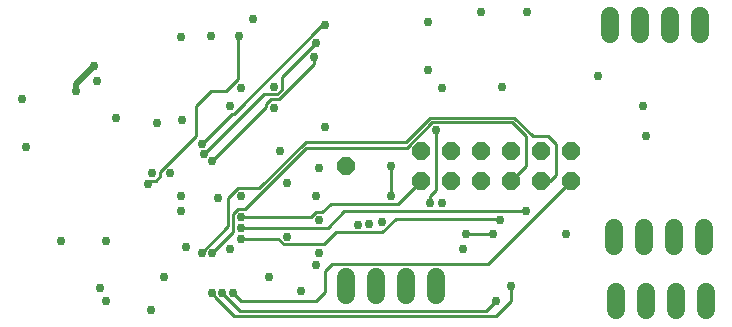
<source format=gbr>
G04 EAGLE Gerber RS-274X export*
G75*
%MOMM*%
%FSLAX34Y34*%
%LPD*%
%INBottom Copper*%
%IPPOS*%
%AMOC8*
5,1,8,0,0,1.08239X$1,22.5*%
G01*
%ADD10C,1.524000*%
%ADD11P,1.649562X8X202.500000*%
%ADD12P,1.649562X8X22.500000*%
%ADD13C,0.756400*%
%ADD14C,0.508000*%
%ADD15C,0.254000*%


D10*
X304800Y30480D02*
X304800Y45720D01*
X330200Y45720D02*
X330200Y30480D01*
X355600Y30480D02*
X355600Y45720D01*
X381000Y45720D02*
X381000Y30480D01*
X609600Y33020D02*
X609600Y17780D01*
X584200Y17780D02*
X584200Y33020D01*
X558800Y33020D02*
X558800Y17780D01*
X533400Y17780D02*
X533400Y33020D01*
X604520Y251460D02*
X604520Y266700D01*
X579120Y266700D02*
X579120Y251460D01*
X553720Y251460D02*
X553720Y266700D01*
X528320Y266700D02*
X528320Y251460D01*
D11*
X495300Y152400D03*
X495300Y127000D03*
X469900Y152400D03*
X469900Y127000D03*
X444500Y152400D03*
X444500Y127000D03*
X419100Y152400D03*
X419100Y127000D03*
X393700Y152400D03*
X393700Y127000D03*
X368300Y152400D03*
X368300Y127000D03*
D10*
X608330Y87630D02*
X608330Y72390D01*
X582930Y72390D02*
X582930Y87630D01*
X557530Y87630D02*
X557530Y72390D01*
X532130Y72390D02*
X532130Y87630D01*
D12*
X304800Y139700D03*
D13*
X76200Y203200D03*
D14*
X76200Y209550D01*
X91440Y224790D01*
D13*
X91440Y224790D03*
X63500Y76200D03*
X101600Y25400D03*
X139700Y17780D03*
X101600Y76200D03*
X169190Y71400D03*
X165100Y114300D03*
X165100Y101600D03*
X140970Y133984D03*
X110490Y180340D03*
X93980Y212090D03*
X30480Y196850D03*
X165100Y248920D03*
X243840Y207010D03*
X190500Y250190D03*
X215900Y205740D03*
X207010Y69850D03*
X215900Y114300D03*
X196850Y113030D03*
X287020Y172720D03*
X207010Y190500D03*
X166370Y179070D03*
X248920Y152400D03*
X281940Y138430D03*
X279400Y114300D03*
X281940Y93980D03*
X266700Y34290D03*
X374650Y220980D03*
X436880Y207010D03*
X419100Y270510D03*
X458470Y270510D03*
X518160Y215900D03*
X556260Y190500D03*
X558800Y165100D03*
X34290Y156210D03*
X96520Y36830D03*
X151130Y45720D03*
X144780Y176530D03*
X243840Y189230D03*
X156194Y134194D03*
X255270Y125730D03*
X255270Y80010D03*
X240030Y45720D03*
X374650Y261620D03*
X226060Y264160D03*
X386080Y205740D03*
X403860Y69850D03*
X335280Y92710D03*
X491490Y82550D03*
X279400Y55880D03*
X324048Y90778D03*
X386080Y108176D03*
X406174Y82550D03*
D15*
X429260Y82550D01*
D13*
X429260Y82550D03*
X182880Y158750D03*
X287020Y259080D03*
D15*
X208054Y183924D02*
X182880Y158750D01*
X208054Y183924D02*
X209734Y183924D01*
X284890Y259080D02*
X287020Y259080D01*
X284890Y259080D02*
X209734Y183924D01*
D13*
X184576Y149662D03*
X279400Y243840D03*
D15*
X250416Y204286D02*
X246564Y200434D01*
X235348Y200434D02*
X184576Y149662D01*
X235348Y200434D02*
X246564Y200434D01*
X250416Y204286D02*
X250416Y214856D01*
X279400Y243840D01*
D13*
X191727Y143961D03*
X278130Y232410D03*
D15*
X237264Y189498D02*
X191727Y143961D01*
X237264Y189498D02*
X237264Y191954D01*
X241680Y196370D01*
X248247Y196370D01*
X278130Y226253D01*
X278130Y232410D01*
D13*
X137306Y124460D03*
D15*
X143694Y127408D02*
X147546Y131260D01*
X147546Y134846D01*
X140254Y127408D02*
X137306Y124460D01*
X140254Y127408D02*
X143694Y127408D01*
X177800Y165100D02*
X177800Y190500D01*
X177800Y165100D02*
X147546Y134846D01*
X177800Y190500D02*
X190500Y203200D01*
X203200Y203200D01*
X213360Y213360D01*
X213360Y248920D02*
X214630Y250190D01*
D13*
X214630Y250190D03*
D15*
X213360Y248920D02*
X213360Y213360D01*
D13*
X281940Y66040D03*
X314960Y90170D03*
X375920Y108176D03*
D15*
X375920Y114300D01*
X381000Y119380D01*
X381000Y170180D01*
D13*
X381000Y170180D03*
X342900Y114526D03*
D15*
X342900Y139700D01*
D13*
X342900Y139700D03*
X215900Y78344D03*
D15*
X247636Y78344D01*
X252546Y73434D01*
X286084Y73434D01*
X335464Y83594D02*
X347120Y95250D01*
X335464Y83594D02*
X296244Y83594D01*
X286084Y73434D01*
X434340Y95250D02*
X435610Y93980D01*
D13*
X435610Y93980D03*
D15*
X434340Y95250D02*
X347120Y95250D01*
D13*
X215900Y87432D03*
D15*
X279188Y87432D01*
X279216Y87404D01*
X289334Y87404D01*
X303530Y101600D01*
X457200Y101600D01*
D13*
X457200Y101600D03*
X182682Y66252D03*
D15*
X205260Y88830D01*
X213176Y120876D02*
X231559Y120876D01*
X270703Y160020D01*
X205260Y112960D02*
X205260Y88830D01*
X205260Y112960D02*
X213176Y120876D01*
X355445Y160020D02*
X376245Y180820D01*
X447227Y180820D01*
X462947Y165100D02*
X476250Y165100D01*
X462947Y165100D02*
X447227Y180820D01*
X476250Y165100D02*
X482600Y158750D01*
X482600Y132080D01*
X477520Y127000D01*
X469900Y127000D01*
X355445Y160020D02*
X270703Y160020D01*
D13*
X191770Y66040D03*
D15*
X209324Y99244D02*
X213176Y103096D01*
X209324Y83594D02*
X191770Y66040D01*
X209324Y83594D02*
X209324Y99244D01*
X213176Y103096D02*
X219526Y103096D01*
X271370Y154940D01*
X356112Y154940D02*
X377928Y176756D01*
X356112Y154940D02*
X271370Y154940D01*
X445544Y176756D02*
X457200Y165100D01*
X457200Y139700D01*
X444500Y127000D01*
X445544Y176756D02*
X377928Y176756D01*
D13*
X191162Y31976D03*
D15*
X193674Y29464D01*
X193674Y29252D01*
X210226Y12700D01*
X431800Y12700D01*
X444500Y25400D01*
X444500Y38100D01*
D13*
X444500Y38100D03*
X200250Y31976D03*
D15*
X215462Y16764D01*
X423164Y16764D02*
X431800Y25400D01*
D13*
X431800Y25400D03*
D15*
X423164Y16764D02*
X215462Y16764D01*
D13*
X209550Y31976D03*
D15*
X216126Y25400D01*
X279400Y25400D01*
X287020Y33020D01*
X287020Y50800D01*
X293370Y57150D01*
X406400Y57150D01*
X412750Y57150D01*
X425450Y57150D01*
X495300Y127000D01*
D13*
X215900Y96520D03*
D15*
X275180Y96520D01*
X284706Y100556D02*
X292100Y107950D01*
X279216Y100556D02*
X275180Y96520D01*
X279216Y100556D02*
X284706Y100556D01*
X349250Y107950D02*
X368300Y127000D01*
X349250Y107950D02*
X292100Y107950D01*
M02*

</source>
